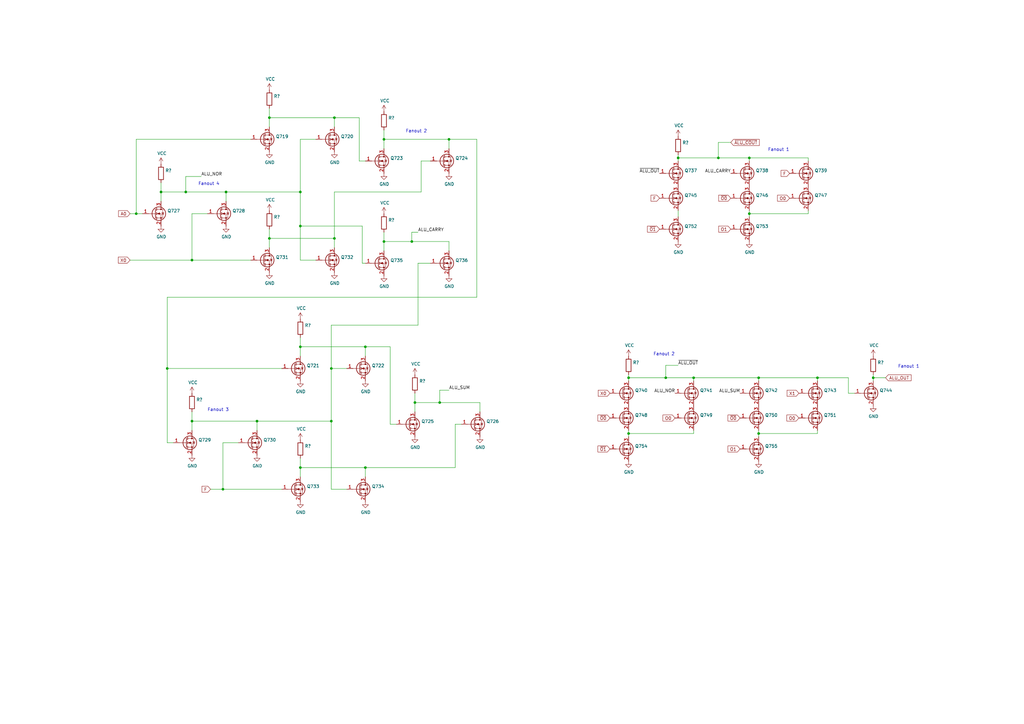
<source format=kicad_sch>
(kicad_sch (version 20211123) (generator eeschema)
  (paper "A3")
  (title_block (title "Q2 Computer") (date "2022-04-16") (rev "4c") (company "joewing.net"))
  (lib_symbols
    (symbol "Device:R" (pin_numbers hide) (pin_names (offset 0))
      (property "Reference" "R" (at 2.032 0 90))
      (property "Value" "R" (at 0 0 90))
      (symbol "R_0_1"
        (rectangle (start -1.016 -2.54) (end 1.016 2.54) (stroke (width 0.254)))
      )
      (symbol "R_1_1"
        (pin passive line (at 0 3.81 270) (length 1.27) (name "~") (number "1"))
        (pin passive line (at 0 -3.81 90) (length 1.27) (name "~") (number "2"))
      )
    )
    (symbol "Transistor_FET:2N7002" (pin_names hide)
      (property "Reference" "Q" (at 5.08 1.905 0))
      (property "Value" "2N7002" (at 5.08 0 0))
      (symbol "2N7002_0_1"
        (polyline (pts (xy 0.254 0) (xy -2.54 0)))
        (polyline (pts (xy 0.254 1.905) (xy 0.254 -1.905)) (stroke (width 0.254)))
        (polyline (pts (xy 0.762 -1.27) (xy 0.762 -2.286)) (stroke (width 0.254)))
        (polyline (pts (xy 0.762 0.508) (xy 0.762 -0.508)) (stroke (width 0.254)))
        (polyline (pts (xy 0.762 2.286) (xy 0.762 1.27)) (stroke (width 0.254)))
        (polyline (pts (xy 2.54 2.54) (xy 2.54 1.778)))
        (polyline (pts (xy 2.54 -2.54) (xy 2.54 0) (xy 0.762 0)))
        (polyline (pts (xy 0.762 -1.778) (xy 3.302 -1.778) (xy 3.302 1.778) (xy 0.762 1.778)))
        (polyline (pts (xy 1.016 0) (xy 2.032 0.381) (xy 2.032 -0.381) (xy 1.016 0)) (fill (type outline)))
        (polyline (pts (xy 2.794 0.508) (xy 2.921 0.381) (xy 3.683 0.381) (xy 3.81 0.254)))
        (polyline (pts (xy 3.302 0.381) (xy 2.921 -0.254) (xy 3.683 -0.254) (xy 3.302 0.381)))
        (circle (center 1.651 0) (radius 2.794) (stroke (width 0.254)))
        (circle (center 2.54 -1.778) (radius 0.254) (fill (type outline)))
        (circle (center 2.54 1.778) (radius 0.254) (fill (type outline)))
      )
      (symbol "2N7002_1_1"
        (pin input line (at -5.08 0 0) (length 2.54) (name "G") (number "1"))
        (pin passive line (at 2.54 -5.08 90) (length 2.54) (name "S") (number "2"))
        (pin passive line (at 2.54 5.08 270) (length 2.54) (name "D") (number "3"))
      )
    )
    (symbol "power:GND" (power) (pin_names (offset 0))
      (property "Value" "GND" (at 0 -3.81 0))
      (symbol "GND_0_1"
        (polyline (pts (xy 0 0) (xy 0 -1.27) (xy 1.27 -1.27) (xy 0 -2.54) (xy -1.27 -1.27) (xy 0 -1.27)))
      )
      (symbol "GND_1_1"
        (pin power_in line (at 0 0 270) (length 0) hide (name "GND") (number "1"))
      )
    )
    (symbol "power:VCC" (power) (pin_names (offset 0))
      (property "Value" "VCC" (at 0 3.81 0))
      (symbol "VCC_0_1"
        (polyline (pts (xy -0.762 1.27) (xy 0 2.54)))
        (polyline (pts (xy 0 0) (xy 0 2.54)))
        (polyline (pts (xy 0 2.54) (xy 0.762 1.27)))
      )
      (symbol "VCC_1_1"
        (pin power_in line (at 0 0 90) (length 0) hide (name "VCC") (number "1"))
      )
    )
  )
  (junction (at 149.86 142.24))
  (junction (at 135.89 172.72))
  (junction (at 68.58 151.13))
  (junction (at 311.15 154.94))
  (junction (at 149.86 191.77))
  (junction (at 66.04 78.74))
  (junction (at 257.81 177.8))
  (junction (at 110.49 48.26))
  (junction (at 157.48 57.15))
  (junction (at 168.91 99.06))
  (junction (at 294.64 64.77))
  (junction (at 307.34 87.63))
  (junction (at 358.14 154.94))
  (junction (at 78.74 172.72))
  (junction (at 157.48 99.06))
  (junction (at 307.34 64.77))
  (junction (at 105.41 172.72))
  (junction (at 92.71 78.74))
  (junction (at 76.2 78.74))
  (junction (at 123.19 142.24))
  (junction (at 123.19 92.71))
  (junction (at 273.05 154.94))
  (junction (at 135.89 151.13))
  (junction (at 137.16 48.26))
  (junction (at 170.18 165.1))
  (junction (at 184.15 57.15))
  (junction (at 91.44 200.66))
  (junction (at 78.74 106.68))
  (junction (at 123.19 78.74))
  (junction (at 278.13 64.77))
  (junction (at 123.19 191.77))
  (junction (at 284.48 154.94))
  (junction (at 257.81 154.94))
  (junction (at 311.15 177.8))
  (junction (at 180.34 165.1))
  (junction (at 335.28 154.94))
  (junction (at 55.88 87.63))
  (junction (at 110.49 97.79))
  (junction (at 137.16 97.79))
  (wire (pts (xy 110.49 52.07) (xy 110.49 48.26)))
  (wire (pts (xy 55.88 87.63) (xy 58.42 87.63)))
  (wire (pts (xy 123.19 92.71) (xy 123.19 106.68)))
  (wire (pts (xy 68.58 121.92) (xy 195.58 121.92)))
  (wire (pts (xy 78.74 87.63) (xy 85.09 87.63)))
  (wire (pts (xy 78.74 176.53) (xy 78.74 172.72)))
  (wire (pts (xy 311.15 177.8) (xy 335.28 177.8)))
  (wire (pts (xy 294.64 64.77) (xy 307.34 64.77)))
  (wire (pts (xy 278.13 64.77) (xy 278.13 66.04)))
  (wire (pts (xy 331.47 87.63) (xy 331.47 86.36)))
  (wire (pts (xy 311.15 154.94) (xy 311.15 156.21)))
  (wire (pts (xy 168.91 95.25) (xy 168.91 99.06)))
  (wire (pts (xy 184.15 57.15) (xy 184.15 60.96)))
  (wire (pts (xy 135.89 151.13) (xy 135.89 172.72)))
  (wire (pts (xy 294.64 58.42) (xy 294.64 64.77)))
  (wire (pts (xy 170.18 161.29) (xy 170.18 165.1)))
  (wire (pts (xy 78.74 168.91) (xy 78.74 172.72)))
  (wire (pts (xy 123.19 187.96) (xy 123.19 191.77)))
  (wire (pts (xy 53.34 87.63) (xy 55.88 87.63)))
  (wire (pts (xy 299.72 58.42) (xy 294.64 58.42)))
  (wire (pts (xy 160.02 173.99) (xy 162.56 173.99)))
  (wire (pts (xy 335.28 177.8) (xy 335.28 176.53)))
  (wire (pts (xy 273.05 149.86) (xy 273.05 154.94)))
  (wire (pts (xy 123.19 142.24) (xy 149.86 142.24)))
  (wire (pts (xy 78.74 87.63) (xy 78.74 106.68)))
  (wire (pts (xy 91.44 200.66) (xy 115.57 200.66)))
  (wire (pts (xy 147.32 66.04) (xy 149.86 66.04)))
  (wire (pts (xy 137.16 97.79) (xy 137.16 101.6)))
  (wire (pts (xy 257.81 154.94) (xy 257.81 156.21)))
  (wire (pts (xy 335.28 154.94) (xy 335.28 156.21)))
  (wire (pts (xy 68.58 151.13) (xy 68.58 181.61)))
  (wire (pts (xy 66.04 74.93) (xy 66.04 78.74)))
  (wire (pts (xy 86.36 200.66) (xy 91.44 200.66)))
  (wire (pts (xy 284.48 177.8) (xy 284.48 176.53)))
  (wire (pts (xy 135.89 200.66) (xy 142.24 200.66)))
  (wire (pts (xy 123.19 195.58) (xy 123.19 191.77)))
  (wire (pts (xy 123.19 57.15) (xy 123.19 78.74)))
  (wire (pts (xy 157.48 95.25) (xy 157.48 99.06)))
  (wire (pts (xy 347.98 161.29) (xy 350.52 161.29)))
  (wire (pts (xy 105.41 172.72) (xy 105.41 176.53)))
  (wire (pts (xy 137.16 78.74) (xy 137.16 97.79)))
  (wire (pts (xy 347.98 154.94) (xy 347.98 161.29)))
  (wire (pts (xy 257.81 153.67) (xy 257.81 154.94)))
  (wire (pts (xy 110.49 44.45) (xy 110.49 48.26)))
  (wire (pts (xy 66.04 82.55) (xy 66.04 78.74)))
  (wire (pts (xy 137.16 48.26) (xy 137.16 52.07)))
  (wire (pts (xy 123.19 57.15) (xy 129.54 57.15)))
  (wire (pts (xy 55.88 57.15) (xy 55.88 87.63)))
  (wire (pts (xy 157.48 57.15) (xy 184.15 57.15)))
  (wire (pts (xy 186.69 173.99) (xy 186.69 191.77)))
  (wire (pts (xy 186.69 173.99) (xy 189.23 173.99)))
  (wire (pts (xy 331.47 64.77) (xy 331.47 66.04)))
  (wire (pts (xy 196.85 165.1) (xy 196.85 168.91)))
  (wire (pts (xy 91.44 181.61) (xy 91.44 200.66)))
  (wire (pts (xy 311.15 177.8) (xy 311.15 179.07)))
  (wire (pts (xy 123.19 78.74) (xy 123.19 92.71)))
  (wire (pts (xy 110.49 93.98) (xy 110.49 97.79)))
  (wire (pts (xy 135.89 133.35) (xy 171.45 133.35)))
  (wire (pts (xy 123.19 138.43) (xy 123.19 142.24)))
  (wire (pts (xy 149.86 191.77) (xy 186.69 191.77)))
  (wire (pts (xy 160.02 173.99) (xy 160.02 142.24)))
  (wire (pts (xy 92.71 78.74) (xy 123.19 78.74)))
  (wire (pts (xy 184.15 57.15) (xy 195.58 57.15)))
  (wire (pts (xy 311.15 176.53) (xy 311.15 177.8)))
  (wire (pts (xy 284.48 154.94) (xy 311.15 154.94)))
  (wire (pts (xy 157.48 99.06) (xy 168.91 99.06)))
  (wire (pts (xy 358.14 153.67) (xy 358.14 154.94)))
  (wire (pts (xy 68.58 151.13) (xy 115.57 151.13)))
  (wire (pts (xy 184.15 99.06) (xy 184.15 102.87)))
  (wire (pts (xy 149.86 191.77) (xy 149.86 195.58)))
  (wire (pts (xy 278.13 64.77) (xy 294.64 64.77)))
  (wire (pts (xy 358.14 154.94) (xy 358.14 156.21)))
  (wire (pts (xy 278.13 63.5) (xy 278.13 64.77)))
  (wire (pts (xy 123.19 191.77) (xy 149.86 191.77)))
  (wire (pts (xy 170.18 165.1) (xy 180.34 165.1)))
  (wire (pts (xy 78.74 106.68) (xy 102.87 106.68)))
  (wire (pts (xy 307.34 64.77) (xy 307.34 66.04)))
  (wire (pts (xy 78.74 106.68) (xy 53.34 106.68)))
  (wire (pts (xy 307.34 87.63) (xy 307.34 88.9)))
  (wire (pts (xy 284.48 156.21) (xy 284.48 154.94)))
  (wire (pts (xy 307.34 86.36) (xy 307.34 87.63)))
  (wire (pts (xy 68.58 121.92) (xy 68.58 151.13)))
  (wire (pts (xy 176.53 66.04) (xy 172.72 66.04)))
  (wire (pts (xy 171.45 107.95) (xy 171.45 133.35)))
  (wire (pts (xy 172.72 78.74) (xy 137.16 78.74)))
  (wire (pts (xy 135.89 200.66) (xy 135.89 172.72)))
  (wire (pts (xy 76.2 78.74) (xy 92.71 78.74)))
  (wire (pts (xy 172.72 66.04) (xy 172.72 78.74)))
  (wire (pts (xy 168.91 99.06) (xy 184.15 99.06)))
  (wire (pts (xy 278.13 149.86) (xy 273.05 149.86)))
  (wire (pts (xy 307.34 87.63) (xy 331.47 87.63)))
  (wire (pts (xy 66.04 78.74) (xy 76.2 78.74)))
  (wire (pts (xy 82.55 72.39) (xy 76.2 72.39)))
  (wire (pts (xy 91.44 181.61) (xy 97.79 181.61)))
  (wire (pts (xy 147.32 48.26) (xy 137.16 48.26)))
  (wire (pts (xy 160.02 142.24) (xy 149.86 142.24)))
  (wire (pts (xy 335.28 154.94) (xy 347.98 154.94)))
  (wire (pts (xy 76.2 72.39) (xy 76.2 78.74)))
  (wire (pts (xy 105.41 172.72) (xy 135.89 172.72)))
  (wire (pts (xy 68.58 181.61) (xy 71.12 181.61)))
  (wire (pts (xy 257.81 177.8) (xy 257.81 179.07)))
  (wire (pts (xy 180.34 165.1) (xy 196.85 165.1)))
  (wire (pts (xy 78.74 172.72) (xy 105.41 172.72)))
  (wire (pts (xy 148.59 92.71) (xy 148.59 107.95)))
  (wire (pts (xy 171.45 107.95) (xy 176.53 107.95)))
  (wire (pts (xy 123.19 146.05) (xy 123.19 142.24)))
  (wire (pts (xy 195.58 57.15) (xy 195.58 121.92)))
  (wire (pts (xy 257.81 176.53) (xy 257.81 177.8)))
  (wire (pts (xy 257.81 177.8) (xy 284.48 177.8)))
  (wire (pts (xy 284.48 154.94) (xy 273.05 154.94)))
  (wire (pts (xy 110.49 101.6) (xy 110.49 97.79)))
  (wire (pts (xy 135.89 151.13) (xy 135.89 133.35)))
  (wire (pts (xy 135.89 151.13) (xy 142.24 151.13)))
  (wire (pts (xy 157.48 53.34) (xy 157.48 57.15)))
  (wire (pts (xy 278.13 86.36) (xy 278.13 88.9)))
  (wire (pts (xy 170.18 168.91) (xy 170.18 165.1)))
  (wire (pts (xy 273.05 154.94) (xy 257.81 154.94)))
  (wire (pts (xy 123.19 106.68) (xy 129.54 106.68)))
  (wire (pts (xy 123.19 92.71) (xy 148.59 92.71)))
  (wire (pts (xy 110.49 48.26) (xy 137.16 48.26)))
  (wire (pts (xy 184.15 160.02) (xy 180.34 160.02)))
  (wire (pts (xy 311.15 154.94) (xy 335.28 154.94)))
  (wire (pts (xy 92.71 78.74) (xy 92.71 82.55)))
  (wire (pts (xy 157.48 102.87) (xy 157.48 99.06)))
  (wire (pts (xy 110.49 97.79) (xy 137.16 97.79)))
  (wire (pts (xy 180.34 160.02) (xy 180.34 165.1)))
  (wire (pts (xy 147.32 66.04) (xy 147.32 48.26)))
  (wire (pts (xy 149.86 142.24) (xy 149.86 146.05)))
  (wire (pts (xy 148.59 107.95) (xy 149.86 107.95)))
  (wire (pts (xy 55.88 57.15) (xy 102.87 57.15)))
  (wire (pts (xy 157.48 60.96) (xy 157.48 57.15)))
  (wire (pts (xy 171.45 95.25) (xy 168.91 95.25)))
  (wire (pts (xy 363.22 154.94) (xy 358.14 154.94)))
  (wire (pts (xy 307.34 64.77) (xy 331.47 64.77)))
  (text "Fanout 2" (at 166.37 54.61 0) (effects (font (size 1.27 1.27)) (justify left bottom)))
  (text "Fanout 1" (at 368.3 151.13 0) (effects (font (size 1.27 1.27)) (justify left bottom)))
  (text "Fanout 1" (at 314.96 62.23 0) (effects (font (size 1.27 1.27)) (justify left bottom)))
  (text "Fanout 3" (at 85.09 168.91 0) (effects (font (size 1.27 1.27)) (justify left bottom)))
  (text "Fanout 2" (at 267.97 146.05 0) (effects (font (size 1.27 1.27)) (justify left bottom)))
  (text "Fanout 4" (at 81.28 76.2 0) (effects (font (size 1.27 1.27)) (justify left bottom)))
  (label "ALU_SUM" (at 303.53 161.29 180))
  (label "ALU_CARRY" (at 299.72 71.12 180))
  (label "ALU_CARRY" (at 171.45 95.25 0))
  (label "~{ALU_OUT}" (at 270.51 71.12 180))
  (label "~{ALU_OUT}" (at 278.13 149.86 0))
  (label "ALU_NOR" (at 82.55 72.39 0))
  (label "ALU_NOR" (at 276.86 161.29 180))
  (label "ALU_SUM" (at 184.15 160.02 0))
  (global_label "~{O0}" (shape input) (at 250.19 171.45 180) (property "Intersheet References" "${INTERSHEET_REFS}" (effects hide)))
  (global_label "~{O1}" (shape input) (at 250.19 184.15 180) (property "Intersheet References" "${INTERSHEET_REFS}" (effects hide)))
  (global_label "ALU_OUT" (shape input) (at 363.22 154.94 0) (property "Intersheet References" "${INTERSHEET_REFS}" (effects hide)))
  (global_label "O1" (shape input) (at 303.53 184.15 180) (property "Intersheet References" "${INTERSHEET_REFS}" (effects hide)))
  (global_label "O0" (shape input) (at 327.66 171.45 180) (property "Intersheet References" "${INTERSHEET_REFS}" (effects hide)))
  (global_label "~{O1}" (shape input) (at 270.51 93.98 180) (property "Intersheet References" "${INTERSHEET_REFS}" (effects hide)))
  (global_label "O1" (shape input) (at 299.72 93.98 180) (property "Intersheet References" "${INTERSHEET_REFS}" (effects hide)))
  (global_label "F" (shape input) (at 323.85 71.12 180) (property "Intersheet References" "${INTERSHEET_REFS}" (effects hide)))
  (global_label "~{O0}" (shape input) (at 299.72 81.28 180) (property "Intersheet References" "${INTERSHEET_REFS}" (effects hide)))
  (global_label "~{O0}" (shape input) (at 303.53 171.45 180) (property "Intersheet References" "${INTERSHEET_REFS}" (effects hide)))
  (global_label "X1" (shape input) (at 327.66 161.29 180) (property "Intersheet References" "${INTERSHEET_REFS}" (effects hide)))
  (global_label "O0" (shape input) (at 323.85 81.28 180) (property "Intersheet References" "${INTERSHEET_REFS}" (effects hide)))
  (global_label "F" (shape input) (at 86.36 200.66 180) (property "Intersheet References" "${INTERSHEET_REFS}" (effects hide)))
  (global_label "X0" (shape input) (at 53.34 106.68 180) (property "Intersheet References" "${INTERSHEET_REFS}" (effects hide)))
  (global_label "F" (shape input) (at 270.51 81.28 180) (property "Intersheet References" "${INTERSHEET_REFS}" (effects hide)))
  (global_label "O0" (shape input) (at 276.86 171.45 180) (property "Intersheet References" "${INTERSHEET_REFS}" (effects hide)))
  (global_label "~{ALU_COUT}" (shape input) (at 299.72 58.42 0) (property "Intersheet References" "${INTERSHEET_REFS}" (effects hide)))
  (global_label "A0" (shape input) (at 53.34 87.63 180) (property "Intersheet References" "${INTERSHEET_REFS}" (effects hide)))
  (global_label "X0" (shape input) (at 250.19 161.29 180) (property "Intersheet References" "${INTERSHEET_REFS}" (effects hide)))
  (symbol (lib_id "Transistor_FET:2N7002") (at 107.95 57.15 0) (unit 1)
    (property "Reference" "Q719" (at 113.1316 55.9816 0) (effects (justify left)))
    (property "LCSC" "C181083" (effects hide))
    (property "Manufacturer" "Guangdong Hottech" (effects hide))
    (property "Part Number" "2N7002" (effects hide))
    (property "Package" "SOT-23" (effects hide))
    (property "Type" "SMD" (effects hide))
  )
  (symbol (lib_id "Transistor_FET:2N7002") (at 134.62 57.15 0) (unit 1)
    (property "Reference" "Q720" (at 139.8016 55.9816 0) (effects (justify left)))
    (property "LCSC" "C181083" (effects hide))
    (property "Manufacturer" "Guangdong Hottech" (effects hide))
    (property "Part Number" "2N7002" (effects hide))
    (property "Package" "SOT-23" (effects hide))
    (property "Type" "SMD" (effects hide))
  )
  (symbol (lib_id "Transistor_FET:2N7002") (at 63.5 87.63 0) (unit 1)
    (property "Reference" "Q727" (at 68.6816 86.4616 0) (effects (justify left)))
    (property "LCSC" "C181083" (effects hide))
    (property "Manufacturer" "Guangdong Hottech" (effects hide))
    (property "Part Number" "2N7002" (effects hide))
    (property "Package" "SOT-23" (effects hide))
    (property "Type" "SMD" (effects hide))
  )
  (symbol (lib_id "Transistor_FET:2N7002") (at 90.17 87.63 0) (unit 1)
    (property "Reference" "Q728" (at 95.3516 86.4616 0) (effects (justify left)))
    (property "LCSC" "C181083" (effects hide))
    (property "Manufacturer" "Guangdong Hottech" (effects hide))
    (property "Part Number" "2N7002" (effects hide))
    (property "Package" "SOT-23" (effects hide))
    (property "Type" "SMD" (effects hide))
  )
  (symbol (lib_id "Transistor_FET:2N7002") (at 107.95 106.68 0) (unit 1)
    (property "Reference" "Q731" (at 113.1316 105.5116 0) (effects (justify left)))
    (property "LCSC" "C181083" (effects hide))
    (property "Manufacturer" "Guangdong Hottech" (effects hide))
    (property "Part Number" "2N7002" (effects hide))
    (property "Package" "SOT-23" (effects hide))
    (property "Type" "SMD" (effects hide))
  )
  (symbol (lib_id "Transistor_FET:2N7002") (at 134.62 106.68 0) (unit 1)
    (property "Reference" "Q732" (at 139.8016 105.5116 0) (effects (justify left)))
    (property "LCSC" "C181083" (effects hide))
    (property "Manufacturer" "Guangdong Hottech" (effects hide))
    (property "Part Number" "2N7002" (effects hide))
    (property "Package" "SOT-23" (effects hide))
    (property "Type" "SMD" (effects hide))
  )
  (symbol (lib_id "Transistor_FET:2N7002") (at 154.94 66.04 0) (unit 1)
    (property "Reference" "Q723" (at 160.1216 64.8716 0) (effects (justify left)))
    (property "LCSC" "C181083" (effects hide))
    (property "Manufacturer" "Guangdong Hottech" (effects hide))
    (property "Part Number" "2N7002" (effects hide))
    (property "Package" "SOT-23" (effects hide))
    (property "Type" "SMD" (effects hide))
  )
  (symbol (lib_id "Transistor_FET:2N7002") (at 181.61 66.04 0) (unit 1)
    (property "Reference" "Q724" (at 186.7916 64.8716 0) (effects (justify left)))
    (property "LCSC" "C181083" (effects hide))
    (property "Manufacturer" "Guangdong Hottech" (effects hide))
    (property "Part Number" "2N7002" (effects hide))
    (property "Package" "SOT-23" (effects hide))
    (property "Type" "SMD" (effects hide))
  )
  (symbol (lib_id "Transistor_FET:2N7002") (at 154.94 107.95 0) (unit 1)
    (property "Reference" "Q735" (at 160.1216 106.7816 0) (effects (justify left)))
    (property "LCSC" "C181083" (effects hide))
    (property "Manufacturer" "Guangdong Hottech" (effects hide))
    (property "Part Number" "2N7002" (effects hide))
    (property "Package" "SOT-23" (effects hide))
    (property "Type" "SMD" (effects hide))
  )
  (symbol (lib_id "Transistor_FET:2N7002") (at 181.61 107.95 0) (unit 1)
    (property "Reference" "Q736" (at 186.7916 106.7816 0) (effects (justify left)))
    (property "LCSC" "C181083" (effects hide))
    (property "Manufacturer" "Guangdong Hottech" (effects hide))
    (property "Part Number" "2N7002" (effects hide))
    (property "Package" "SOT-23" (effects hide))
    (property "Type" "SMD" (effects hide))
  )
  (symbol (lib_id "Transistor_FET:2N7002") (at 76.2 181.61 0) (unit 1)
    (property "Reference" "Q729" (at 81.3816 180.4416 0) (effects (justify left)))
    (property "LCSC" "C181083" (effects hide))
    (property "Manufacturer" "Guangdong Hottech" (effects hide))
    (property "Part Number" "2N7002" (effects hide))
    (property "Package" "SOT-23" (effects hide))
    (property "Type" "SMD" (effects hide))
  )
  (symbol (lib_id "Transistor_FET:2N7002") (at 102.87 181.61 0) (unit 1)
    (property "Reference" "Q730" (at 108.0516 180.4416 0) (effects (justify left)))
    (property "LCSC" "C181083" (effects hide))
    (property "Manufacturer" "Guangdong Hottech" (effects hide))
    (property "Part Number" "2N7002" (effects hide))
    (property "Package" "SOT-23" (effects hide))
    (property "Type" "SMD" (effects hide))
  )
  (symbol (lib_id "Transistor_FET:2N7002") (at 120.65 200.66 0) (unit 1)
    (property "Reference" "Q733" (at 125.8316 199.4916 0) (effects (justify left)))
    (property "LCSC" "C181083" (effects hide))
    (property "Manufacturer" "Guangdong Hottech" (effects hide))
    (property "Part Number" "2N7002" (effects hide))
    (property "Package" "SOT-23" (effects hide))
    (property "Type" "SMD" (effects hide))
  )
  (symbol (lib_id "Transistor_FET:2N7002") (at 147.32 200.66 0) (unit 1)
    (property "Reference" "Q734" (at 152.5016 199.4916 0) (effects (justify left)))
    (property "LCSC" "C181083" (effects hide))
    (property "Manufacturer" "Guangdong Hottech" (effects hide))
    (property "Part Number" "2N7002" (effects hide))
    (property "Package" "SOT-23" (effects hide))
    (property "Type" "SMD" (effects hide))
  )
  (symbol (lib_id "Transistor_FET:2N7002") (at 167.64 173.99 0) (unit 1)
    (property "Reference" "Q725" (at 172.8216 172.8216 0) (effects (justify left)))
    (property "LCSC" "C181083" (effects hide))
    (property "Manufacturer" "Guangdong Hottech" (effects hide))
    (property "Part Number" "2N7002" (effects hide))
    (property "Package" "SOT-23" (effects hide))
    (property "Type" "SMD" (effects hide))
  )
  (symbol (lib_id "Transistor_FET:2N7002") (at 194.31 173.99 0) (unit 1)
    (property "Reference" "Q726" (at 199.4916 172.8216 0) (effects (justify left)))
    (property "LCSC" "C181083" (effects hide))
    (property "Manufacturer" "Guangdong Hottech" (effects hide))
    (property "Part Number" "2N7002" (effects hide))
    (property "Package" "SOT-23" (effects hide))
    (property "Type" "SMD" (effects hide))
  )
  (symbol (lib_id "Transistor_FET:2N7002") (at 120.65 151.13 0) (unit 1)
    (property "Reference" "Q721" (at 125.8316 149.9616 0) (effects (justify left)))
    (property "LCSC" "C181083" (effects hide))
    (property "Manufacturer" "Guangdong Hottech" (effects hide))
    (property "Part Number" "2N7002" (effects hide))
    (property "Package" "SOT-23" (effects hide))
    (property "Type" "SMD" (effects hide))
  )
  (symbol (lib_id "Transistor_FET:2N7002") (at 147.32 151.13 0) (unit 1)
    (property "Reference" "Q722" (at 152.5016 149.9616 0) (effects (justify left)))
    (property "LCSC" "C181083" (effects hide))
    (property "Manufacturer" "Guangdong Hottech" (effects hide))
    (property "Part Number" "2N7002" (effects hide))
    (property "Package" "SOT-23" (effects hide))
    (property "Type" "SMD" (effects hide))
  )
  (symbol (lib_id "Transistor_FET:2N7002") (at 255.27 171.45 0) (unit 1)
    (property "Reference" "Q748" (at 260.4516 170.2816 0) (effects (justify left)))
    (property "LCSC" "C181083" (effects hide))
    (property "Manufacturer" "Guangdong Hottech" (effects hide))
    (property "Part Number" "2N7002" (effects hide))
    (property "Package" "SOT-23" (effects hide))
    (property "Type" "SMD" (effects hide))
  )
  (symbol (lib_id "Transistor_FET:2N7002") (at 255.27 184.15 0) (unit 1)
    (property "Reference" "Q754" (at 260.4516 182.9816 0) (effects (justify left)))
    (property "LCSC" "C181083" (effects hide))
    (property "Manufacturer" "Guangdong Hottech" (effects hide))
    (property "Part Number" "2N7002" (effects hide))
    (property "Package" "SOT-23" (effects hide))
    (property "Type" "SMD" (effects hide))
  )
  (symbol (lib_id "Transistor_FET:2N7002") (at 281.94 171.45 0) (unit 1)
    (property "Reference" "Q749" (at 287.1216 170.2816 0) (effects (justify left)))
    (property "LCSC" "C181083" (effects hide))
    (property "Manufacturer" "Guangdong Hottech" (effects hide))
    (property "Part Number" "2N7002" (effects hide))
    (property "Package" "SOT-23" (effects hide))
    (property "Type" "SMD" (effects hide))
  )
  (symbol (lib_id "power:GND") (at 257.81 189.23 0) (unit 1)
    (property "Reference" "#PWR?" (effects hide))
  )
  (symbol (lib_id "Transistor_FET:2N7002") (at 255.27 161.29 0) (unit 1)
    (property "Reference" "Q740" (at 260.4516 160.1216 0) (effects (justify left)))
    (property "LCSC" "C181083" (effects hide))
    (property "Manufacturer" "Guangdong Hottech" (effects hide))
    (property "Part Number" "2N7002" (effects hide))
    (property "Package" "SOT-23" (effects hide))
    (property "Type" "SMD" (effects hide))
  )
  (symbol (lib_id "Transistor_FET:2N7002") (at 308.61 184.15 0) (unit 1)
    (property "Reference" "Q755" (at 313.7916 182.9816 0) (effects (justify left)))
    (property "LCSC" "C181083" (effects hide))
    (property "Manufacturer" "Guangdong Hottech" (effects hide))
    (property "Part Number" "2N7002" (effects hide))
    (property "Package" "SOT-23" (effects hide))
    (property "Type" "SMD" (effects hide))
  )
  (symbol (lib_id "power:GND") (at 311.15 189.23 0) (unit 1)
    (property "Reference" "#PWR?" (effects hide))
  )
  (symbol (lib_id "Transistor_FET:2N7002") (at 281.94 161.29 0) (unit 1)
    (property "Reference" "Q741" (at 287.1216 160.1216 0) (effects (justify left)))
    (property "LCSC" "C181083" (effects hide))
    (property "Manufacturer" "Guangdong Hottech" (effects hide))
    (property "Part Number" "2N7002" (effects hide))
    (property "Package" "SOT-23" (effects hide))
    (property "Type" "SMD" (effects hide))
  )
  (symbol (lib_id "Transistor_FET:2N7002") (at 308.61 161.29 0) (unit 1)
    (property "Reference" "Q742" (at 313.7916 160.1216 0) (effects (justify left)))
    (property "LCSC" "C181083" (effects hide))
    (property "Manufacturer" "Guangdong Hottech" (effects hide))
    (property "Part Number" "2N7002" (effects hide))
    (property "Package" "SOT-23" (effects hide))
    (property "Type" "SMD" (effects hide))
  )
  (symbol (lib_id "Transistor_FET:2N7002") (at 308.61 171.45 0) (unit 1)
    (property "Reference" "Q750" (at 313.7916 170.2816 0) (effects (justify left)))
    (property "LCSC" "C181083" (effects hide))
    (property "Manufacturer" "Guangdong Hottech" (effects hide))
    (property "Part Number" "2N7002" (effects hide))
    (property "Package" "SOT-23" (effects hide))
    (property "Type" "SMD" (effects hide))
  )
  (symbol (lib_id "Transistor_FET:2N7002") (at 332.74 161.29 0) (unit 1)
    (property "Reference" "Q743" (at 337.9216 160.1216 0) (effects (justify left)))
    (property "LCSC" "C181083" (effects hide))
    (property "Manufacturer" "Guangdong Hottech" (effects hide))
    (property "Part Number" "2N7002" (effects hide))
    (property "Package" "SOT-23" (effects hide))
    (property "Type" "SMD" (effects hide))
  )
  (symbol (lib_id "Transistor_FET:2N7002") (at 332.74 171.45 0) (unit 1)
    (property "Reference" "Q751" (at 337.9216 170.2816 0) (effects (justify left)))
    (property "LCSC" "C181083" (effects hide))
    (property "Manufacturer" "Guangdong Hottech" (effects hide))
    (property "Part Number" "2N7002" (effects hide))
    (property "Package" "SOT-23" (effects hide))
    (property "Type" "SMD" (effects hide))
  )
  (symbol (lib_id "Transistor_FET:2N7002") (at 355.6 161.29 0) (unit 1)
    (property "Reference" "Q744" (at 360.7816 160.1216 0) (effects (justify left)))
    (property "LCSC" "C181083" (effects hide))
    (property "Manufacturer" "Guangdong Hottech" (effects hide))
    (property "Part Number" "2N7002" (effects hide))
    (property "Package" "SOT-23" (effects hide))
    (property "Type" "SMD" (effects hide))
  )
  (symbol (lib_id "power:GND") (at 358.14 166.37 0) (unit 1)
    (property "Reference" "#PWR?" (effects hide))
  )
  (symbol (lib_id "Device:R") (at 358.14 149.86 0) (unit 1)
    (property "Reference" "R?" (at 359.918 148.6916 0) (effects (justify left)))
    (property "LCSC" "C25804" (effects hide))
    (property "Manufacturer" "UNI-ROYAL(Uniroyal Elec)" (effects hide))
    (property "Part Number" "0603WAF1002T5E" (effects hide))
    (property "Package" "0603" (effects hide))
    (property "Type" "SMD" (effects hide))
  )
  (symbol (lib_id "power:VCC") (at 358.14 146.05 0) (unit 1)
    (property "Reference" "#PWR?" (effects hide))
  )
  (symbol (lib_id "Transistor_FET:2N7002") (at 275.59 93.98 0) (unit 1)
    (property "Reference" "Q752" (at 280.7716 92.8116 0) (effects (justify left)))
    (property "LCSC" "C181083" (effects hide))
    (property "Manufacturer" "Guangdong Hottech" (effects hide))
    (property "Part Number" "2N7002" (effects hide))
    (property "Package" "SOT-23" (effects hide))
    (property "Type" "SMD" (effects hide))
  )
  (symbol (lib_id "power:GND") (at 278.13 99.06 0) (unit 1)
    (property "Reference" "#PWR?" (effects hide))
  )
  (symbol (lib_id "Transistor_FET:2N7002") (at 275.59 81.28 0) (unit 1)
    (property "Reference" "Q745" (at 280.7716 80.1116 0) (effects (justify left)))
    (property "LCSC" "C181083" (effects hide))
    (property "Manufacturer" "Guangdong Hottech" (effects hide))
    (property "Part Number" "2N7002" (effects hide))
    (property "Package" "SOT-23" (effects hide))
    (property "Type" "SMD" (effects hide))
  )
  (symbol (lib_id "Transistor_FET:2N7002") (at 275.59 71.12 0) (unit 1)
    (property "Reference" "Q737" (at 280.7716 69.9516 0) (effects (justify left)))
    (property "LCSC" "C181083" (effects hide))
    (property "Manufacturer" "Guangdong Hottech" (effects hide))
    (property "Part Number" "2N7002" (effects hide))
    (property "Package" "SOT-23" (effects hide))
    (property "Type" "SMD" (effects hide))
  )
  (symbol (lib_id "Device:R") (at 278.13 59.69 0) (unit 1)
    (property "Reference" "R?" (at 279.908 58.5216 0) (effects (justify left)))
    (property "LCSC" "C25804" (effects hide))
    (property "Manufacturer" "UNI-ROYAL(Uniroyal Elec)" (effects hide))
    (property "Part Number" "0603WAF1002T5E" (effects hide))
    (property "Package" "0603" (effects hide))
    (property "Type" "SMD" (effects hide))
  )
  (symbol (lib_id "power:VCC") (at 278.13 55.88 0) (unit 1)
    (property "Reference" "#PWR?" (effects hide))
  )
  (symbol (lib_id "Transistor_FET:2N7002") (at 304.8 93.98 0) (unit 1)
    (property "Reference" "Q753" (at 309.9816 92.8116 0) (effects (justify left)))
    (property "LCSC" "C181083" (effects hide))
    (property "Manufacturer" "Guangdong Hottech" (effects hide))
    (property "Part Number" "2N7002" (effects hide))
    (property "Package" "SOT-23" (effects hide))
    (property "Type" "SMD" (effects hide))
  )
  (symbol (lib_id "power:GND") (at 307.34 99.06 0) (unit 1)
    (property "Reference" "#PWR?" (effects hide))
  )
  (symbol (lib_id "Transistor_FET:2N7002") (at 304.8 81.28 0) (unit 1)
    (property "Reference" "Q746" (at 309.9816 80.1116 0) (effects (justify left)))
    (property "LCSC" "C181083" (effects hide))
    (property "Manufacturer" "Guangdong Hottech" (effects hide))
    (property "Part Number" "2N7002" (effects hide))
    (property "Package" "SOT-23" (effects hide))
    (property "Type" "SMD" (effects hide))
  )
  (symbol (lib_id "Transistor_FET:2N7002") (at 304.8 71.12 0) (unit 1)
    (property "Reference" "Q738" (at 309.9816 69.9516 0) (effects (justify left)))
    (property "LCSC" "C181083" (effects hide))
    (property "Manufacturer" "Guangdong Hottech" (effects hide))
    (property "Part Number" "2N7002" (effects hide))
    (property "Package" "SOT-23" (effects hide))
    (property "Type" "SMD" (effects hide))
  )
  (symbol (lib_id "Transistor_FET:2N7002") (at 328.93 81.28 0) (unit 1)
    (property "Reference" "Q747" (at 334.1116 80.1116 0) (effects (justify left)))
    (property "LCSC" "C181083" (effects hide))
    (property "Manufacturer" "Guangdong Hottech" (effects hide))
    (property "Part Number" "2N7002" (effects hide))
    (property "Package" "SOT-23" (effects hide))
    (property "Type" "SMD" (effects hide))
  )
  (symbol (lib_id "Transistor_FET:2N7002") (at 328.93 71.12 0) (unit 1)
    (property "Reference" "Q739" (at 334.1116 69.9516 0) (effects (justify left)))
    (property "LCSC" "C181083" (effects hide))
    (property "Manufacturer" "Guangdong Hottech" (effects hide))
    (property "Part Number" "2N7002" (effects hide))
    (property "Package" "SOT-23" (effects hide))
    (property "Type" "SMD" (effects hide))
  )
  (symbol (lib_id "power:GND") (at 66.04 92.71 0) (unit 1)
    (property "Reference" "#PWR?" (effects hide))
  )
  (symbol (lib_id "power:GND") (at 92.71 92.71 0) (unit 1)
    (property "Reference" "#PWR?" (effects hide))
  )
  (symbol (lib_id "Device:R") (at 66.04 71.12 0) (unit 1)
    (property "Reference" "R?" (at 67.818 69.9516 0) (effects (justify left)))
    (property "LCSC" "C25804" (effects hide))
    (property "Manufacturer" "UNI-ROYAL(Uniroyal Elec)" (effects hide))
    (property "Part Number" "0603WAF1002T5E" (effects hide))
    (property "Package" "0603" (effects hide))
    (property "Type" "SMD" (effects hide))
  )
  (symbol (lib_id "power:VCC") (at 66.04 67.31 0) (unit 1)
    (property "Reference" "#PWR?" (effects hide))
  )
  (symbol (lib_id "power:GND") (at 110.49 62.23 0) (unit 1)
    (property "Reference" "#PWR?" (effects hide))
  )
  (symbol (lib_id "power:GND") (at 137.16 62.23 0) (unit 1)
    (property "Reference" "#PWR?" (effects hide))
  )
  (symbol (lib_id "Device:R") (at 110.49 40.64 0) (unit 1)
    (property "Reference" "R?" (at 112.268 39.4716 0) (effects (justify left)))
    (property "LCSC" "C25804" (effects hide))
    (property "Manufacturer" "UNI-ROYAL(Uniroyal Elec)" (effects hide))
    (property "Part Number" "0603WAF1002T5E" (effects hide))
    (property "Package" "0603" (effects hide))
    (property "Type" "SMD" (effects hide))
  )
  (symbol (lib_id "power:VCC") (at 110.49 36.83 0) (unit 1)
    (property "Reference" "#PWR?" (effects hide))
  )
  (symbol (lib_id "power:GND") (at 110.49 111.76 0) (unit 1)
    (property "Reference" "#PWR?" (effects hide))
  )
  (symbol (lib_id "power:GND") (at 137.16 111.76 0) (unit 1)
    (property "Reference" "#PWR?" (effects hide))
  )
  (symbol (lib_id "Device:R") (at 110.49 90.17 0) (unit 1)
    (property "Reference" "R?" (at 112.268 89.0016 0) (effects (justify left)))
    (property "LCSC" "C25804" (effects hide))
    (property "Manufacturer" "UNI-ROYAL(Uniroyal Elec)" (effects hide))
    (property "Part Number" "0603WAF1002T5E" (effects hide))
    (property "Package" "0603" (effects hide))
    (property "Type" "SMD" (effects hide))
  )
  (symbol (lib_id "power:VCC") (at 110.49 86.36 0) (unit 1)
    (property "Reference" "#PWR?" (effects hide))
  )
  (symbol (lib_id "power:GND") (at 157.48 71.12 0) (unit 1)
    (property "Reference" "#PWR?" (effects hide))
  )
  (symbol (lib_id "power:GND") (at 184.15 71.12 0) (unit 1)
    (property "Reference" "#PWR?" (effects hide))
  )
  (symbol (lib_id "Device:R") (at 157.48 49.53 0) (unit 1)
    (property "Reference" "R?" (at 159.258 48.3616 0) (effects (justify left)))
    (property "LCSC" "C25804" (effects hide))
    (property "Manufacturer" "UNI-ROYAL(Uniroyal Elec)" (effects hide))
    (property "Part Number" "0603WAF1002T5E" (effects hide))
    (property "Package" "0603" (effects hide))
    (property "Type" "SMD" (effects hide))
  )
  (symbol (lib_id "power:VCC") (at 157.48 45.72 0) (unit 1)
    (property "Reference" "#PWR?" (effects hide))
  )
  (symbol (lib_id "power:GND") (at 78.74 186.69 0) (unit 1)
    (property "Reference" "#PWR?" (effects hide))
  )
  (symbol (lib_id "power:GND") (at 105.41 186.69 0) (unit 1)
    (property "Reference" "#PWR?" (effects hide))
  )
  (symbol (lib_id "Device:R") (at 78.74 165.1 0) (unit 1)
    (property "Reference" "R?" (at 80.518 163.9316 0) (effects (justify left)))
    (property "LCSC" "C25804" (effects hide))
    (property "Manufacturer" "UNI-ROYAL(Uniroyal Elec)" (effects hide))
    (property "Part Number" "0603WAF1002T5E" (effects hide))
    (property "Package" "0603" (effects hide))
    (property "Type" "SMD" (effects hide))
  )
  (symbol (lib_id "power:VCC") (at 78.74 161.29 0) (unit 1)
    (property "Reference" "#PWR?" (effects hide))
  )
  (symbol (lib_id "power:GND") (at 123.19 156.21 0) (unit 1)
    (property "Reference" "#PWR?" (effects hide))
  )
  (symbol (lib_id "power:GND") (at 149.86 156.21 0) (unit 1)
    (property "Reference" "#PWR?" (effects hide))
  )
  (symbol (lib_id "Device:R") (at 123.19 134.62 0) (unit 1)
    (property "Reference" "R?" (at 124.968 133.4516 0) (effects (justify left)))
    (property "LCSC" "C25804" (effects hide))
    (property "Manufacturer" "UNI-ROYAL(Uniroyal Elec)" (effects hide))
    (property "Part Number" "0603WAF1002T5E" (effects hide))
    (property "Package" "0603" (effects hide))
    (property "Type" "SMD" (effects hide))
  )
  (symbol (lib_id "power:VCC") (at 123.19 130.81 0) (unit 1)
    (property "Reference" "#PWR?" (effects hide))
  )
  (symbol (lib_id "power:GND") (at 123.19 205.74 0) (unit 1)
    (property "Reference" "#PWR?" (effects hide))
  )
  (symbol (lib_id "power:GND") (at 149.86 205.74 0) (unit 1)
    (property "Reference" "#PWR?" (effects hide))
  )
  (symbol (lib_id "Device:R") (at 123.19 184.15 0) (unit 1)
    (property "Reference" "R?" (at 124.968 182.9816 0) (effects (justify left)))
    (property "LCSC" "C25804" (effects hide))
    (property "Manufacturer" "UNI-ROYAL(Uniroyal Elec)" (effects hide))
    (property "Part Number" "0603WAF1002T5E" (effects hide))
    (property "Package" "0603" (effects hide))
    (property "Type" "SMD" (effects hide))
  )
  (symbol (lib_id "power:VCC") (at 123.19 180.34 0) (unit 1)
    (property "Reference" "#PWR?" (effects hide))
  )
  (symbol (lib_id "power:GND") (at 170.18 179.07 0) (unit 1)
    (property "Reference" "#PWR?" (effects hide))
  )
  (symbol (lib_id "power:GND") (at 196.85 179.07 0) (unit 1)
    (property "Reference" "#PWR?" (effects hide))
  )
  (symbol (lib_id "Device:R") (at 170.18 157.48 0) (unit 1)
    (property "Reference" "R?" (at 171.958 156.3116 0) (effects (justify left)))
    (property "LCSC" "C25804" (effects hide))
    (property "Manufacturer" "UNI-ROYAL(Uniroyal Elec)" (effects hide))
    (property "Part Number" "0603WAF1002T5E" (effects hide))
    (property "Package" "0603" (effects hide))
    (property "Type" "SMD" (effects hide))
  )
  (symbol (lib_id "power:VCC") (at 170.18 153.67 0) (unit 1)
    (property "Reference" "#PWR?" (effects hide))
  )
  (symbol (lib_id "power:GND") (at 157.48 113.03 0) (unit 1)
    (property "Reference" "#PWR?" (effects hide))
  )
  (symbol (lib_id "power:GND") (at 184.15 113.03 0) (unit 1)
    (property "Reference" "#PWR?" (effects hide))
  )
  (symbol (lib_id "Device:R") (at 157.48 91.44 0) (unit 1)
    (property "Reference" "R?" (at 159.258 90.2716 0) (effects (justify left)))
    (property "LCSC" "C25804" (effects hide))
    (property "Manufacturer" "UNI-ROYAL(Uniroyal Elec)" (effects hide))
    (property "Part Number" "0603WAF1002T5E" (effects hide))
    (property "Package" "0603" (effects hide))
    (property "Type" "SMD" (effects hide))
  )
  (symbol (lib_id "power:VCC") (at 157.48 87.63 0) (unit 1)
    (property "Reference" "#PWR?" (effects hide))
  )
  (symbol (lib_id "Device:R") (at 257.81 149.86 0) (unit 1)
    (property "Reference" "R?" (at 259.588 148.6916 0) (effects (justify left)))
    (property "LCSC" "C25804" (effects hide))
    (property "Manufacturer" "UNI-ROYAL(Uniroyal Elec)" (effects hide))
    (property "Part Number" "0603WAF1002T5E" (effects hide))
    (property "Package" "0603" (effects hide))
    (property "Type" "SMD" (effects hide))
  )
  (symbol (lib_id "power:VCC") (at 257.81 146.05 0) (unit 1)
    (property "Reference" "#PWR?" (effects hide))
  )
)
</source>
